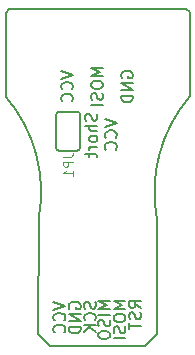
<source format=gbr>
%TF.GenerationSoftware,KiCad,Pcbnew,5.1.6-c6e7f7d~86~ubuntu18.04.1*%
%TF.CreationDate,2020-06-11T10:44:15+02:00*%
%TF.ProjectId,AVR_ISP_With_POGO_Pin,4156525f-4953-4505-9f57-6974685f504f,rev?*%
%TF.SameCoordinates,PX80efd00PY76109c0*%
%TF.FileFunction,Legend,Bot*%
%TF.FilePolarity,Positive*%
%FSLAX46Y46*%
G04 Gerber Fmt 4.6, Leading zero omitted, Abs format (unit mm)*
G04 Created by KiCad (PCBNEW 5.1.6-c6e7f7d~86~ubuntu18.04.1) date 2020-06-11 10:44:15*
%MOMM*%
%LPD*%
G01*
G04 APERTURE LIST*
%TA.AperFunction,Profile*%
%ADD10C,0.150000*%
%TD*%
%ADD11C,0.150000*%
%ADD12C,0.152400*%
%ADD13C,0.120000*%
G04 APERTURE END LIST*
D10*
X2780000Y1020000D02*
X3800000Y0D01*
X2802713Y10749714D02*
X2780000Y1020000D01*
X15600000Y28210000D02*
X15300000Y28500000D01*
X15602763Y21102606D02*
X15600000Y28210000D01*
X300000Y28500000D02*
X0Y28200000D01*
X15300000Y28500000D02*
X300000Y28500000D01*
D11*
X11452380Y3192977D02*
X10976190Y3526310D01*
X11452380Y3764405D02*
X10452380Y3764405D01*
X10452380Y3383453D01*
X10500000Y3288215D01*
X10547619Y3240596D01*
X10642857Y3192977D01*
X10785714Y3192977D01*
X10880952Y3240596D01*
X10928571Y3288215D01*
X10976190Y3383453D01*
X10976190Y3764405D01*
X11404761Y2812024D02*
X11452380Y2669167D01*
X11452380Y2431072D01*
X11404761Y2335834D01*
X11357142Y2288215D01*
X11261904Y2240596D01*
X11166666Y2240596D01*
X11071428Y2288215D01*
X11023809Y2335834D01*
X10976190Y2431072D01*
X10928571Y2621548D01*
X10880952Y2716786D01*
X10833333Y2764405D01*
X10738095Y2812024D01*
X10642857Y2812024D01*
X10547619Y2764405D01*
X10500000Y2716786D01*
X10452380Y2621548D01*
X10452380Y2383453D01*
X10500000Y2240596D01*
X10452380Y1954881D02*
X10452380Y1383453D01*
X11452380Y1669167D02*
X10452380Y1669167D01*
X10152380Y3764405D02*
X9152380Y3764405D01*
X9866666Y3431072D01*
X9152380Y3097739D01*
X10152380Y3097739D01*
X9152380Y2431072D02*
X9152380Y2240596D01*
X9200000Y2145358D01*
X9295238Y2050120D01*
X9485714Y2002500D01*
X9819047Y2002500D01*
X10009523Y2050120D01*
X10104761Y2145358D01*
X10152380Y2240596D01*
X10152380Y2431072D01*
X10104761Y2526310D01*
X10009523Y2621548D01*
X9819047Y2669167D01*
X9485714Y2669167D01*
X9295238Y2621548D01*
X9200000Y2526310D01*
X9152380Y2431072D01*
X10104761Y1621548D02*
X10152380Y1478691D01*
X10152380Y1240596D01*
X10104761Y1145358D01*
X10057142Y1097739D01*
X9961904Y1050120D01*
X9866666Y1050120D01*
X9771428Y1097739D01*
X9723809Y1145358D01*
X9676190Y1240596D01*
X9628571Y1431072D01*
X9580952Y1526310D01*
X9533333Y1573929D01*
X9438095Y1621548D01*
X9342857Y1621548D01*
X9247619Y1573929D01*
X9200000Y1526310D01*
X9152380Y1431072D01*
X9152380Y1192977D01*
X9200000Y1050120D01*
X10152380Y621548D02*
X9152380Y621548D01*
X8852380Y3764405D02*
X7852380Y3764405D01*
X8566666Y3431072D01*
X7852380Y3097739D01*
X8852380Y3097739D01*
X8852380Y2621548D02*
X7852380Y2621548D01*
X8804761Y2192977D02*
X8852380Y2050120D01*
X8852380Y1812024D01*
X8804761Y1716786D01*
X8757142Y1669167D01*
X8661904Y1621548D01*
X8566666Y1621548D01*
X8471428Y1669167D01*
X8423809Y1716786D01*
X8376190Y1812024D01*
X8328571Y2002500D01*
X8280952Y2097739D01*
X8233333Y2145358D01*
X8138095Y2192977D01*
X8042857Y2192977D01*
X7947619Y2145358D01*
X7900000Y2097739D01*
X7852380Y2002500D01*
X7852380Y1764405D01*
X7900000Y1621548D01*
X7852380Y1002500D02*
X7852380Y812024D01*
X7900000Y716786D01*
X7995238Y621548D01*
X8185714Y573929D01*
X8519047Y573929D01*
X8709523Y621548D01*
X8804761Y716786D01*
X8852380Y812024D01*
X8852380Y1002500D01*
X8804761Y1097739D01*
X8709523Y1192977D01*
X8519047Y1240596D01*
X8185714Y1240596D01*
X7995238Y1192977D01*
X7900000Y1097739D01*
X7852380Y1002500D01*
X7604761Y3712024D02*
X7652380Y3569167D01*
X7652380Y3331072D01*
X7604761Y3235834D01*
X7557142Y3188215D01*
X7461904Y3140596D01*
X7366666Y3140596D01*
X7271428Y3188215D01*
X7223809Y3235834D01*
X7176190Y3331072D01*
X7128571Y3521548D01*
X7080952Y3616786D01*
X7033333Y3664405D01*
X6938095Y3712024D01*
X6842857Y3712024D01*
X6747619Y3664405D01*
X6700000Y3616786D01*
X6652380Y3521548D01*
X6652380Y3283453D01*
X6700000Y3140596D01*
X7557142Y2140596D02*
X7604761Y2188215D01*
X7652380Y2331072D01*
X7652380Y2426310D01*
X7604761Y2569167D01*
X7509523Y2664405D01*
X7414285Y2712024D01*
X7223809Y2759643D01*
X7080952Y2759643D01*
X6890476Y2712024D01*
X6795238Y2664405D01*
X6700000Y2569167D01*
X6652380Y2426310D01*
X6652380Y2331072D01*
X6700000Y2188215D01*
X6747619Y2140596D01*
X7652380Y1712024D02*
X6652380Y1712024D01*
X7652380Y1140596D02*
X7080952Y1569167D01*
X6652380Y1140596D02*
X7223809Y1712024D01*
X5400000Y3140596D02*
X5352380Y3235834D01*
X5352380Y3378691D01*
X5400000Y3521548D01*
X5495238Y3616786D01*
X5590476Y3664405D01*
X5780952Y3712024D01*
X5923809Y3712024D01*
X6114285Y3664405D01*
X6209523Y3616786D01*
X6304761Y3521548D01*
X6352380Y3378691D01*
X6352380Y3283453D01*
X6304761Y3140596D01*
X6257142Y3092977D01*
X5923809Y3092977D01*
X5923809Y3283453D01*
X6352380Y2664405D02*
X5352380Y2664405D01*
X6352380Y2092977D01*
X5352380Y2092977D01*
X6352380Y1616786D02*
X5352380Y1616786D01*
X5352380Y1378691D01*
X5400000Y1235834D01*
X5495238Y1140596D01*
X5590476Y1092977D01*
X5780952Y1045358D01*
X5923809Y1045358D01*
X6114285Y1092977D01*
X6209523Y1140596D01*
X6304761Y1235834D01*
X6352380Y1378691D01*
X6352380Y1616786D01*
X4052380Y3707262D02*
X5052380Y3373929D01*
X4052380Y3040596D01*
X4957142Y2135834D02*
X5004761Y2183453D01*
X5052380Y2326310D01*
X5052380Y2421548D01*
X5004761Y2564405D01*
X4909523Y2659643D01*
X4814285Y2707262D01*
X4623809Y2754881D01*
X4480952Y2754881D01*
X4290476Y2707262D01*
X4195238Y2659643D01*
X4100000Y2564405D01*
X4052380Y2421548D01*
X4052380Y2326310D01*
X4100000Y2183453D01*
X4147619Y2135834D01*
X4957142Y1135834D02*
X5004761Y1183453D01*
X5052380Y1326310D01*
X5052380Y1421548D01*
X5004761Y1564405D01*
X4909523Y1659643D01*
X4814285Y1707262D01*
X4623809Y1754881D01*
X4480952Y1754881D01*
X4290476Y1707262D01*
X4195238Y1659643D01*
X4100000Y1564405D01*
X4052380Y1421548D01*
X4052380Y1326310D01*
X4100000Y1183453D01*
X4147619Y1135834D01*
X7707761Y19629215D02*
X7755380Y19486358D01*
X7755380Y19248262D01*
X7707761Y19153024D01*
X7660142Y19105405D01*
X7564904Y19057786D01*
X7469666Y19057786D01*
X7374428Y19105405D01*
X7326809Y19153024D01*
X7279190Y19248262D01*
X7231571Y19438739D01*
X7183952Y19533977D01*
X7136333Y19581596D01*
X7041095Y19629215D01*
X6945857Y19629215D01*
X6850619Y19581596D01*
X6803000Y19533977D01*
X6755380Y19438739D01*
X6755380Y19200643D01*
X6803000Y19057786D01*
X7755380Y18629215D02*
X6755380Y18629215D01*
X7755380Y18200643D02*
X7231571Y18200643D01*
X7136333Y18248262D01*
X7088714Y18343500D01*
X7088714Y18486358D01*
X7136333Y18581596D01*
X7183952Y18629215D01*
X7755380Y17581596D02*
X7707761Y17676834D01*
X7660142Y17724453D01*
X7564904Y17772072D01*
X7279190Y17772072D01*
X7183952Y17724453D01*
X7136333Y17676834D01*
X7088714Y17581596D01*
X7088714Y17438739D01*
X7136333Y17343500D01*
X7183952Y17295881D01*
X7279190Y17248262D01*
X7564904Y17248262D01*
X7660142Y17295881D01*
X7707761Y17343500D01*
X7755380Y17438739D01*
X7755380Y17581596D01*
X7755380Y16819691D02*
X7088714Y16819691D01*
X7279190Y16819691D02*
X7183952Y16772072D01*
X7136333Y16724453D01*
X7088714Y16629215D01*
X7088714Y16533977D01*
X7088714Y16343500D02*
X7088714Y15962548D01*
X6755380Y16200643D02*
X7612523Y16200643D01*
X7707761Y16153024D01*
X7755380Y16057786D01*
X7755380Y15962548D01*
X8405380Y19176834D02*
X9405380Y18843500D01*
X8405380Y18510167D01*
X9310142Y17605405D02*
X9357761Y17653024D01*
X9405380Y17795881D01*
X9405380Y17891120D01*
X9357761Y18033977D01*
X9262523Y18129215D01*
X9167285Y18176834D01*
X8976809Y18224453D01*
X8833952Y18224453D01*
X8643476Y18176834D01*
X8548238Y18129215D01*
X8453000Y18033977D01*
X8405380Y17891120D01*
X8405380Y17795881D01*
X8453000Y17653024D01*
X8500619Y17605405D01*
X9310142Y16605405D02*
X9357761Y16653024D01*
X9405380Y16795881D01*
X9405380Y16891120D01*
X9357761Y17033977D01*
X9262523Y17129215D01*
X9167285Y17176834D01*
X8976809Y17224453D01*
X8833952Y17224453D01*
X8643476Y17176834D01*
X8548238Y17129215D01*
X8453000Y17033977D01*
X8405380Y16891120D01*
X8405380Y16795881D01*
X8453000Y16653024D01*
X8500619Y16605405D01*
D10*
X15602763Y21102605D02*
G75*
G03*
X12800000Y10800000I9447237J-8102605D01*
G01*
X2802713Y10749714D02*
G75*
G03*
X0Y21100000I-12202713J2250286D01*
G01*
X11800000Y0D02*
X12800000Y1000000D01*
X11800000Y0D02*
X3800000Y0D01*
X12800000Y10800000D02*
X12800000Y1000000D01*
X0Y21100000D02*
X0Y28200000D01*
D12*
%TO.C,JP1*%
X6316000Y16765000D02*
X6316000Y19559000D01*
X4538000Y16511000D02*
X6062000Y16511000D01*
X4538000Y19813000D02*
X6062000Y19813000D01*
X4284000Y19559000D02*
X4284000Y16765000D01*
X6062000Y19813000D02*
G75*
G02*
X6316000Y19559000I0J-254000D01*
G01*
X6316000Y16765000D02*
G75*
G02*
X6062000Y16511000I-254000J0D01*
G01*
X4284000Y16765000D02*
G75*
G03*
X4538000Y16511000I254000J0D01*
G01*
X4538000Y19813000D02*
G75*
G03*
X4284000Y19559000I0J-254000D01*
G01*
%TD*%
%TO.C,JP1*%
D13*
X4895904Y15970167D02*
X5467333Y15970167D01*
X5581619Y16008262D01*
X5657809Y16084453D01*
X5695904Y16198739D01*
X5695904Y16274929D01*
X5695904Y15589215D02*
X4895904Y15589215D01*
X4895904Y15284453D01*
X4934000Y15208262D01*
X4972095Y15170167D01*
X5048285Y15132072D01*
X5162571Y15132072D01*
X5238761Y15170167D01*
X5276857Y15208262D01*
X5314952Y15284453D01*
X5314952Y15589215D01*
X5695904Y14370167D02*
X5695904Y14827310D01*
X5695904Y14598739D02*
X4895904Y14598739D01*
X5010190Y14674929D01*
X5086380Y14751120D01*
X5124476Y14827310D01*
%TO.C,P1*%
D11*
X4712380Y23269334D02*
X5712380Y22936000D01*
X4712380Y22602667D01*
X5617142Y21697905D02*
X5664761Y21745524D01*
X5712380Y21888381D01*
X5712380Y21983620D01*
X5664761Y22126477D01*
X5569523Y22221715D01*
X5474285Y22269334D01*
X5283809Y22316953D01*
X5140952Y22316953D01*
X4950476Y22269334D01*
X4855238Y22221715D01*
X4760000Y22126477D01*
X4712380Y21983620D01*
X4712380Y21888381D01*
X4760000Y21745524D01*
X4807619Y21697905D01*
X5617142Y20697905D02*
X5664761Y20745524D01*
X5712380Y20888381D01*
X5712380Y20983620D01*
X5664761Y21126477D01*
X5569523Y21221715D01*
X5474285Y21269334D01*
X5283809Y21316953D01*
X5140952Y21316953D01*
X4950476Y21269334D01*
X4855238Y21221715D01*
X4760000Y21126477D01*
X4712380Y20983620D01*
X4712380Y20888381D01*
X4760000Y20745524D01*
X4807619Y20697905D01*
X8252380Y23507429D02*
X7252380Y23507429D01*
X7966666Y23174096D01*
X7252380Y22840762D01*
X8252380Y22840762D01*
X7252380Y22174096D02*
X7252380Y21983620D01*
X7300000Y21888381D01*
X7395238Y21793143D01*
X7585714Y21745524D01*
X7919047Y21745524D01*
X8109523Y21793143D01*
X8204761Y21888381D01*
X8252380Y21983620D01*
X8252380Y22174096D01*
X8204761Y22269334D01*
X8109523Y22364572D01*
X7919047Y22412191D01*
X7585714Y22412191D01*
X7395238Y22364572D01*
X7300000Y22269334D01*
X7252380Y22174096D01*
X8204761Y21364572D02*
X8252380Y21221715D01*
X8252380Y20983620D01*
X8204761Y20888381D01*
X8157142Y20840762D01*
X8061904Y20793143D01*
X7966666Y20793143D01*
X7871428Y20840762D01*
X7823809Y20888381D01*
X7776190Y20983620D01*
X7728571Y21174096D01*
X7680952Y21269334D01*
X7633333Y21316953D01*
X7538095Y21364572D01*
X7442857Y21364572D01*
X7347619Y21316953D01*
X7300000Y21269334D01*
X7252380Y21174096D01*
X7252380Y20936000D01*
X7300000Y20793143D01*
X8252380Y20364572D02*
X7252380Y20364572D01*
X9840000Y22697905D02*
X9792380Y22793143D01*
X9792380Y22936000D01*
X9840000Y23078858D01*
X9935238Y23174096D01*
X10030476Y23221715D01*
X10220952Y23269334D01*
X10363809Y23269334D01*
X10554285Y23221715D01*
X10649523Y23174096D01*
X10744761Y23078858D01*
X10792380Y22936000D01*
X10792380Y22840762D01*
X10744761Y22697905D01*
X10697142Y22650286D01*
X10363809Y22650286D01*
X10363809Y22840762D01*
X10792380Y22221715D02*
X9792380Y22221715D01*
X10792380Y21650286D01*
X9792380Y21650286D01*
X10792380Y21174096D02*
X9792380Y21174096D01*
X9792380Y20936000D01*
X9840000Y20793143D01*
X9935238Y20697905D01*
X10030476Y20650286D01*
X10220952Y20602667D01*
X10363809Y20602667D01*
X10554285Y20650286D01*
X10649523Y20697905D01*
X10744761Y20793143D01*
X10792380Y20936000D01*
X10792380Y21174096D01*
%TD*%
M02*

</source>
